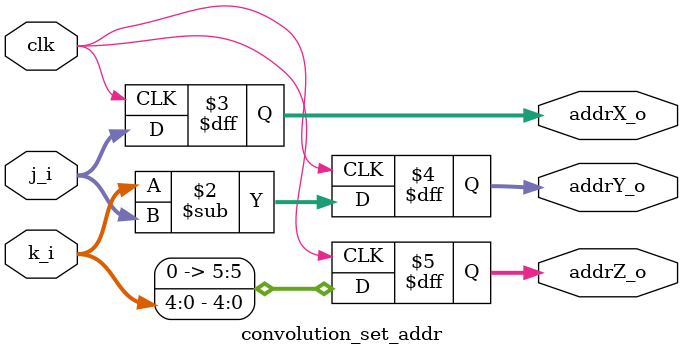
<source format=sv>
/*	
   ===================================================================
   Module Name  : convolution_set_addr
   Author: Jaciel Hernandez Resendiz   
   Filename     : convolution_set_addr.sv
   Type         : Verilog Module
   
   Description  : Este bloque permite asigar las direcciones de memoria, para su consulta
				  en las memorias externas.
                  
                  Version     : 1.0
   Data        : 05 May 2024
   Revision    : -
   Reviser     : -		

*/
module convolution_set_addr
#(
   parameter DATA_WIDTH = 5,parameter DATA_WIDTH_ADDR = 5, parameter MEM_ADDR_Z_SIZE = 16 
)(
   input              clk,
	input reg [DATA_WIDTH-1:0]  j_i,
	input reg [DATA_WIDTH-1:0]  k_i, 
	output reg [DATA_WIDTH_ADDR-1:0] addrX_o,
   output reg [DATA_WIDTH_ADDR-1:0] addrY_o,
   output reg [DATA_WIDTH_ADDR:0] addrZ_o
);
always@(posedge clk) begin
      addrX_o <= j_i;
      addrY_o <= k_i-j_i;
      addrZ_o <= k_i;
end

endmodule

</source>
